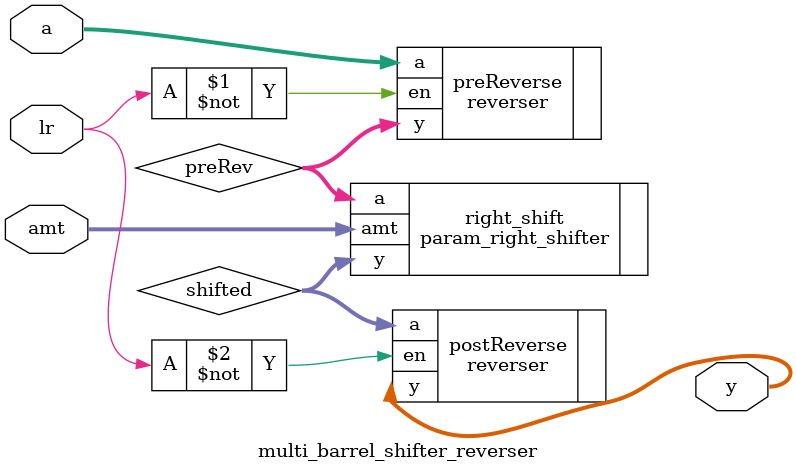
<source format=sv>
`timescale 1ns / 1ps

module multi_barrel_shifter_reverser #(parameter N = 3)
(
    input logic [(2**N)-1:0] a,                     // 7:0 inputs
    input logic [N-1:0] amt,                        // 3:0 selector
    input logic lr,                                 // left/right bit (left=0) (right=1)
    output logic [(2**N)-1:0] y                     // 7:0 output
);
    
    logic [(2**N)-1:0] preRev;                      // wire for before reversed
    logic [(2**N)-1:0] shifted;                     // wire for shifted
    
    reverser #(.N(N)) preReverse
    (
        .a(a),                                      // reverse_input = input
        .en(~lr),                                   // reseverse_enable = LEFT (~lr = 0) 
        .y(preRev)                                  // reverse_output = wire b4 rev
    );
                        
    param_right_shifter #(.N(N)) right_shift
    (
        .a(preRev),                                 // reverse_input = wire b4 rev
        .amt(amt),                                  // reverse_selector = selector
        .y(shifted)                                 // reverse_output = wire shifted
    );
                        
    reverser #(.N(N)) postReverse
    (
        .a(shifted),                                // reverse_input = wire shifted
        .en(~lr),                                   // reverse_enable = LEFT (~lr = 0)
        .y(y)                                       // reverse_output = output
    );

endmodule

</source>
